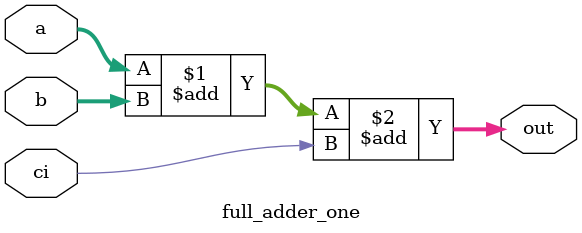
<source format=v>
module full_adder_one (a, b, ci, out);

  input [3:0]a, b;
  input ci;
  output [4:0]out;

  assign out = a + b + ci;

endmodule // full_add_one

</source>
